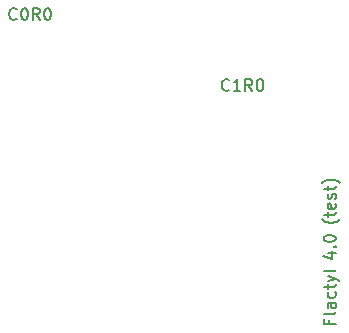
<source format=gbr>
%TF.GenerationSoftware,KiCad,Pcbnew,(7.0.0-0)*%
%TF.CreationDate,2023-02-20T17:02:08+08:00*%
%TF.ProjectId,test,74657374-2e6b-4696-9361-645f70636258,v1.0.0*%
%TF.SameCoordinates,Original*%
%TF.FileFunction,Legend,Top*%
%TF.FilePolarity,Positive*%
%FSLAX46Y46*%
G04 Gerber Fmt 4.6, Leading zero omitted, Abs format (unit mm)*
G04 Created by KiCad (PCBNEW (7.0.0-0)) date 2023-02-20 17:02:08*
%MOMM*%
%LPD*%
G01*
G04 APERTURE LIST*
%ADD10C,0.150000*%
G04 APERTURE END LIST*
D10*
%TO.C,S1*%
X-1142857Y19727857D02*
X-1190476Y19680238D01*
X-1190476Y19680238D02*
X-1333333Y19632619D01*
X-1333333Y19632619D02*
X-1428571Y19632619D01*
X-1428571Y19632619D02*
X-1571428Y19680238D01*
X-1571428Y19680238D02*
X-1666666Y19775476D01*
X-1666666Y19775476D02*
X-1714285Y19870714D01*
X-1714285Y19870714D02*
X-1761904Y20061190D01*
X-1761904Y20061190D02*
X-1761904Y20204047D01*
X-1761904Y20204047D02*
X-1714285Y20394523D01*
X-1714285Y20394523D02*
X-1666666Y20489761D01*
X-1666666Y20489761D02*
X-1571428Y20585000D01*
X-1571428Y20585000D02*
X-1428571Y20632619D01*
X-1428571Y20632619D02*
X-1333333Y20632619D01*
X-1333333Y20632619D02*
X-1190476Y20585000D01*
X-1190476Y20585000D02*
X-1142857Y20537380D01*
X-523809Y20632619D02*
X-428571Y20632619D01*
X-428571Y20632619D02*
X-333333Y20585000D01*
X-333333Y20585000D02*
X-285714Y20537380D01*
X-285714Y20537380D02*
X-238095Y20442142D01*
X-238095Y20442142D02*
X-190476Y20251666D01*
X-190476Y20251666D02*
X-190476Y20013571D01*
X-190476Y20013571D02*
X-238095Y19823095D01*
X-238095Y19823095D02*
X-285714Y19727857D01*
X-285714Y19727857D02*
X-333333Y19680238D01*
X-333333Y19680238D02*
X-428571Y19632619D01*
X-428571Y19632619D02*
X-523809Y19632619D01*
X-523809Y19632619D02*
X-619047Y19680238D01*
X-619047Y19680238D02*
X-666666Y19727857D01*
X-666666Y19727857D02*
X-714285Y19823095D01*
X-714285Y19823095D02*
X-761904Y20013571D01*
X-761904Y20013571D02*
X-761904Y20251666D01*
X-761904Y20251666D02*
X-714285Y20442142D01*
X-714285Y20442142D02*
X-666666Y20537380D01*
X-666666Y20537380D02*
X-619047Y20585000D01*
X-619047Y20585000D02*
X-523809Y20632619D01*
X809523Y19632619D02*
X476190Y20108809D01*
X238095Y19632619D02*
X238095Y20632619D01*
X238095Y20632619D02*
X619047Y20632619D01*
X619047Y20632619D02*
X714285Y20585000D01*
X714285Y20585000D02*
X761904Y20537380D01*
X761904Y20537380D02*
X809523Y20442142D01*
X809523Y20442142D02*
X809523Y20299285D01*
X809523Y20299285D02*
X761904Y20204047D01*
X761904Y20204047D02*
X714285Y20156428D01*
X714285Y20156428D02*
X619047Y20108809D01*
X619047Y20108809D02*
X238095Y20108809D01*
X1428571Y20632619D02*
X1523809Y20632619D01*
X1523809Y20632619D02*
X1619047Y20585000D01*
X1619047Y20585000D02*
X1666666Y20537380D01*
X1666666Y20537380D02*
X1714285Y20442142D01*
X1714285Y20442142D02*
X1761904Y20251666D01*
X1761904Y20251666D02*
X1761904Y20013571D01*
X1761904Y20013571D02*
X1714285Y19823095D01*
X1714285Y19823095D02*
X1666666Y19727857D01*
X1666666Y19727857D02*
X1619047Y19680238D01*
X1619047Y19680238D02*
X1523809Y19632619D01*
X1523809Y19632619D02*
X1428571Y19632619D01*
X1428571Y19632619D02*
X1333333Y19680238D01*
X1333333Y19680238D02*
X1285714Y19727857D01*
X1285714Y19727857D02*
X1238095Y19823095D01*
X1238095Y19823095D02*
X1190476Y20013571D01*
X1190476Y20013571D02*
X1190476Y20251666D01*
X1190476Y20251666D02*
X1238095Y20442142D01*
X1238095Y20442142D02*
X1285714Y20537380D01*
X1285714Y20537380D02*
X1333333Y20585000D01*
X1333333Y20585000D02*
X1428571Y20632619D01*
%TO.C,S2*%
X16857142Y13727857D02*
X16809523Y13680238D01*
X16809523Y13680238D02*
X16666666Y13632619D01*
X16666666Y13632619D02*
X16571428Y13632619D01*
X16571428Y13632619D02*
X16428571Y13680238D01*
X16428571Y13680238D02*
X16333333Y13775476D01*
X16333333Y13775476D02*
X16285714Y13870714D01*
X16285714Y13870714D02*
X16238095Y14061190D01*
X16238095Y14061190D02*
X16238095Y14204047D01*
X16238095Y14204047D02*
X16285714Y14394523D01*
X16285714Y14394523D02*
X16333333Y14489761D01*
X16333333Y14489761D02*
X16428571Y14585000D01*
X16428571Y14585000D02*
X16571428Y14632619D01*
X16571428Y14632619D02*
X16666666Y14632619D01*
X16666666Y14632619D02*
X16809523Y14585000D01*
X16809523Y14585000D02*
X16857142Y14537380D01*
X17809523Y13632619D02*
X17238095Y13632619D01*
X17523809Y13632619D02*
X17523809Y14632619D01*
X17523809Y14632619D02*
X17428571Y14489761D01*
X17428571Y14489761D02*
X17333333Y14394523D01*
X17333333Y14394523D02*
X17238095Y14346904D01*
X18809523Y13632619D02*
X18476190Y14108809D01*
X18238095Y13632619D02*
X18238095Y14632619D01*
X18238095Y14632619D02*
X18619047Y14632619D01*
X18619047Y14632619D02*
X18714285Y14585000D01*
X18714285Y14585000D02*
X18761904Y14537380D01*
X18761904Y14537380D02*
X18809523Y14442142D01*
X18809523Y14442142D02*
X18809523Y14299285D01*
X18809523Y14299285D02*
X18761904Y14204047D01*
X18761904Y14204047D02*
X18714285Y14156428D01*
X18714285Y14156428D02*
X18619047Y14108809D01*
X18619047Y14108809D02*
X18238095Y14108809D01*
X19428571Y14632619D02*
X19523809Y14632619D01*
X19523809Y14632619D02*
X19619047Y14585000D01*
X19619047Y14585000D02*
X19666666Y14537380D01*
X19666666Y14537380D02*
X19714285Y14442142D01*
X19714285Y14442142D02*
X19761904Y14251666D01*
X19761904Y14251666D02*
X19761904Y14013571D01*
X19761904Y14013571D02*
X19714285Y13823095D01*
X19714285Y13823095D02*
X19666666Y13727857D01*
X19666666Y13727857D02*
X19619047Y13680238D01*
X19619047Y13680238D02*
X19523809Y13632619D01*
X19523809Y13632619D02*
X19428571Y13632619D01*
X19428571Y13632619D02*
X19333333Y13680238D01*
X19333333Y13680238D02*
X19285714Y13727857D01*
X19285714Y13727857D02*
X19238095Y13823095D01*
X19238095Y13823095D02*
X19190476Y14013571D01*
X19190476Y14013571D02*
X19190476Y14251666D01*
X19190476Y14251666D02*
X19238095Y14442142D01*
X19238095Y14442142D02*
X19285714Y14537380D01*
X19285714Y14537380D02*
X19333333Y14585000D01*
X19333333Y14585000D02*
X19428571Y14632619D01*
%TO.C,JC1*%
%TO.C,T1*%
X25343571Y-5790477D02*
X25343571Y-6123810D01*
X25867380Y-6123810D02*
X24867380Y-6123810D01*
X24867380Y-6123810D02*
X24867380Y-5647620D01*
X25867380Y-5123810D02*
X25819761Y-5219048D01*
X25819761Y-5219048D02*
X25724523Y-5266667D01*
X25724523Y-5266667D02*
X24867380Y-5266667D01*
X25867380Y-4314286D02*
X25343571Y-4314286D01*
X25343571Y-4314286D02*
X25248333Y-4361905D01*
X25248333Y-4361905D02*
X25200714Y-4457143D01*
X25200714Y-4457143D02*
X25200714Y-4647619D01*
X25200714Y-4647619D02*
X25248333Y-4742857D01*
X25819761Y-4314286D02*
X25867380Y-4409524D01*
X25867380Y-4409524D02*
X25867380Y-4647619D01*
X25867380Y-4647619D02*
X25819761Y-4742857D01*
X25819761Y-4742857D02*
X25724523Y-4790476D01*
X25724523Y-4790476D02*
X25629285Y-4790476D01*
X25629285Y-4790476D02*
X25534047Y-4742857D01*
X25534047Y-4742857D02*
X25486428Y-4647619D01*
X25486428Y-4647619D02*
X25486428Y-4409524D01*
X25486428Y-4409524D02*
X25438809Y-4314286D01*
X25819761Y-3409524D02*
X25867380Y-3504762D01*
X25867380Y-3504762D02*
X25867380Y-3695238D01*
X25867380Y-3695238D02*
X25819761Y-3790476D01*
X25819761Y-3790476D02*
X25772142Y-3838095D01*
X25772142Y-3838095D02*
X25676904Y-3885714D01*
X25676904Y-3885714D02*
X25391190Y-3885714D01*
X25391190Y-3885714D02*
X25295952Y-3838095D01*
X25295952Y-3838095D02*
X25248333Y-3790476D01*
X25248333Y-3790476D02*
X25200714Y-3695238D01*
X25200714Y-3695238D02*
X25200714Y-3504762D01*
X25200714Y-3504762D02*
X25248333Y-3409524D01*
X25200714Y-3123809D02*
X25200714Y-2742857D01*
X24867380Y-2980952D02*
X25724523Y-2980952D01*
X25724523Y-2980952D02*
X25819761Y-2933333D01*
X25819761Y-2933333D02*
X25867380Y-2838095D01*
X25867380Y-2838095D02*
X25867380Y-2742857D01*
X25200714Y-2504761D02*
X25867380Y-2266666D01*
X25200714Y-2028571D02*
X25867380Y-2266666D01*
X25867380Y-2266666D02*
X26105476Y-2361904D01*
X26105476Y-2361904D02*
X26153095Y-2409523D01*
X26153095Y-2409523D02*
X26200714Y-2504761D01*
X25867380Y-1504761D02*
X25819761Y-1599999D01*
X25819761Y-1599999D02*
X25724523Y-1647618D01*
X25724523Y-1647618D02*
X24867380Y-1647618D01*
X25200714Y-95237D02*
X25867380Y-95237D01*
X24819761Y-333332D02*
X25534047Y-571427D01*
X25534047Y-571427D02*
X25534047Y47619D01*
X25772142Y428572D02*
X25819761Y476191D01*
X25819761Y476191D02*
X25867380Y428572D01*
X25867380Y428572D02*
X25819761Y380953D01*
X25819761Y380953D02*
X25772142Y428572D01*
X25772142Y428572D02*
X25867380Y428572D01*
X24867380Y1095238D02*
X24867380Y1190476D01*
X24867380Y1190476D02*
X24915000Y1285714D01*
X24915000Y1285714D02*
X24962619Y1333333D01*
X24962619Y1333333D02*
X25057857Y1380952D01*
X25057857Y1380952D02*
X25248333Y1428571D01*
X25248333Y1428571D02*
X25486428Y1428571D01*
X25486428Y1428571D02*
X25676904Y1380952D01*
X25676904Y1380952D02*
X25772142Y1333333D01*
X25772142Y1333333D02*
X25819761Y1285714D01*
X25819761Y1285714D02*
X25867380Y1190476D01*
X25867380Y1190476D02*
X25867380Y1095238D01*
X25867380Y1095238D02*
X25819761Y1000000D01*
X25819761Y1000000D02*
X25772142Y952381D01*
X25772142Y952381D02*
X25676904Y904762D01*
X25676904Y904762D02*
X25486428Y857143D01*
X25486428Y857143D02*
X25248333Y857143D01*
X25248333Y857143D02*
X25057857Y904762D01*
X25057857Y904762D02*
X24962619Y952381D01*
X24962619Y952381D02*
X24915000Y1000000D01*
X24915000Y1000000D02*
X24867380Y1095238D01*
X26248333Y2742857D02*
X26200714Y2695238D01*
X26200714Y2695238D02*
X26057857Y2600000D01*
X26057857Y2600000D02*
X25962619Y2552381D01*
X25962619Y2552381D02*
X25819761Y2504762D01*
X25819761Y2504762D02*
X25581666Y2457143D01*
X25581666Y2457143D02*
X25391190Y2457143D01*
X25391190Y2457143D02*
X25153095Y2504762D01*
X25153095Y2504762D02*
X25010238Y2552381D01*
X25010238Y2552381D02*
X24915000Y2600000D01*
X24915000Y2600000D02*
X24772142Y2695238D01*
X24772142Y2695238D02*
X24724523Y2742857D01*
X25200714Y2980953D02*
X25200714Y3361905D01*
X24867380Y3123810D02*
X25724523Y3123810D01*
X25724523Y3123810D02*
X25819761Y3171429D01*
X25819761Y3171429D02*
X25867380Y3266667D01*
X25867380Y3266667D02*
X25867380Y3361905D01*
X25819761Y4076191D02*
X25867380Y3980953D01*
X25867380Y3980953D02*
X25867380Y3790477D01*
X25867380Y3790477D02*
X25819761Y3695239D01*
X25819761Y3695239D02*
X25724523Y3647620D01*
X25724523Y3647620D02*
X25343571Y3647620D01*
X25343571Y3647620D02*
X25248333Y3695239D01*
X25248333Y3695239D02*
X25200714Y3790477D01*
X25200714Y3790477D02*
X25200714Y3980953D01*
X25200714Y3980953D02*
X25248333Y4076191D01*
X25248333Y4076191D02*
X25343571Y4123810D01*
X25343571Y4123810D02*
X25438809Y4123810D01*
X25438809Y4123810D02*
X25534047Y3647620D01*
X25819761Y4504763D02*
X25867380Y4600001D01*
X25867380Y4600001D02*
X25867380Y4790477D01*
X25867380Y4790477D02*
X25819761Y4885715D01*
X25819761Y4885715D02*
X25724523Y4933334D01*
X25724523Y4933334D02*
X25676904Y4933334D01*
X25676904Y4933334D02*
X25581666Y4885715D01*
X25581666Y4885715D02*
X25534047Y4790477D01*
X25534047Y4790477D02*
X25534047Y4647620D01*
X25534047Y4647620D02*
X25486428Y4552382D01*
X25486428Y4552382D02*
X25391190Y4504763D01*
X25391190Y4504763D02*
X25343571Y4504763D01*
X25343571Y4504763D02*
X25248333Y4552382D01*
X25248333Y4552382D02*
X25200714Y4647620D01*
X25200714Y4647620D02*
X25200714Y4790477D01*
X25200714Y4790477D02*
X25248333Y4885715D01*
X25200714Y5219049D02*
X25200714Y5600001D01*
X24867380Y5361906D02*
X25724523Y5361906D01*
X25724523Y5361906D02*
X25819761Y5409525D01*
X25819761Y5409525D02*
X25867380Y5504763D01*
X25867380Y5504763D02*
X25867380Y5600001D01*
X26248333Y5838097D02*
X26200714Y5885716D01*
X26200714Y5885716D02*
X26057857Y5980954D01*
X26057857Y5980954D02*
X25962619Y6028573D01*
X25962619Y6028573D02*
X25819761Y6076192D01*
X25819761Y6076192D02*
X25581666Y6123811D01*
X25581666Y6123811D02*
X25391190Y6123811D01*
X25391190Y6123811D02*
X25153095Y6076192D01*
X25153095Y6076192D02*
X25010238Y6028573D01*
X25010238Y6028573D02*
X24915000Y5980954D01*
X24915000Y5980954D02*
X24772142Y5885716D01*
X24772142Y5885716D02*
X24724523Y5838097D01*
%TO.C,SS1*%
%TD*%
M02*

</source>
